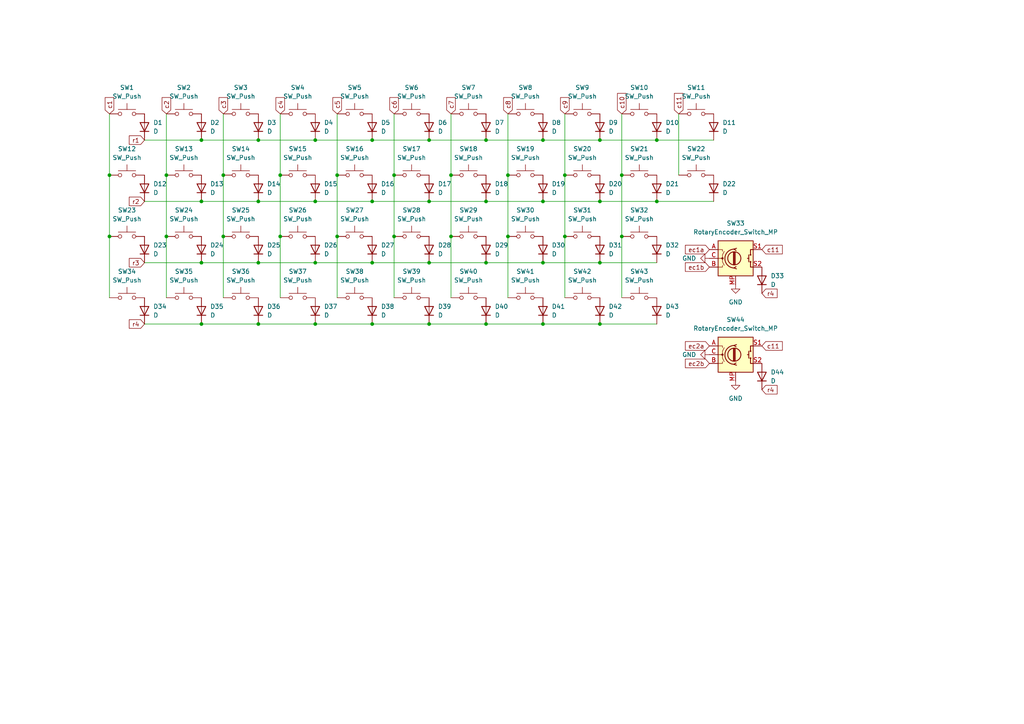
<source format=kicad_sch>
(kicad_sch (version 20231120) (generator "eeschema") (generator_version "8.0")
  (paper "A4")
  (lib_symbols
    (symbol "Device:D" (pin_numbers hide) (pin_names (offset 1.016) hide)
      (property "Reference" "D" (at 0 2.54 0))
      (property "Value" "D" (at 0 -2.54 0))
      (symbol "D_0_1"
        (polyline (pts (xy -1.27 1.27) (xy -1.27 -1.27)) (stroke (width 0.254)))
        (polyline (pts (xy 1.27 0) (xy -1.27 0)))
        (polyline (pts (xy 1.27 1.27) (xy 1.27 -1.27) (xy -1.27 0) (xy 1.27 1.27)) (stroke (width 0.254)))
      )
      (symbol "D_1_1"
        (pin passive line (at -3.81 0 0) (length 2.54) (name "K") (number "1"))
        (pin passive line (at 3.81 0 180) (length 2.54) (name "A") (number "2"))
      )
    )
    (symbol "Device:RotaryEncoder_Switch_MP" (pin_names (offset 0.254) hide)
      (property "Reference" "SW" (at 0 8.89 0))
      (property "Value" "RotaryEncoder_Switch_MP" (at 0 6.35 0))
      (symbol "RotaryEncoder_Switch_MP_0_1"
        (rectangle (start -5.08 5.08) (end 5.08 -5.08) (stroke (width 0.254)) (fill (type background)))
        (circle (center -3.81 0) (radius 0.254) (fill (type outline)))
        (circle (center -0.381 0) (radius 1.905) (stroke (width 0.254)))
        (arc (start -0.381 2.667) (mid -3.0988 -0.0635) (end -0.381 -2.794) (stroke (width 0.254)))
        (polyline (pts (xy -0.635 -1.778) (xy -0.635 1.778)) (stroke (width 0.254)))
        (polyline (pts (xy -0.381 -1.778) (xy -0.381 1.778)) (stroke (width 0.254)))
        (polyline (pts (xy -0.127 1.778) (xy -0.127 -1.778)) (stroke (width 0.254)))
        (polyline (pts (xy 3.81 0) (xy 3.429 0)) (stroke (width 0.254)))
        (polyline (pts (xy 3.81 1.016) (xy 3.81 -1.016)) (stroke (width 0.254)))
        (polyline (pts (xy -5.08 -2.54) (xy -3.81 -2.54) (xy -3.81 -2.032)))
        (polyline (pts (xy -5.08 2.54) (xy -3.81 2.54) (xy -3.81 2.032)))
        (polyline (pts (xy 0.254 -3.048) (xy -0.508 -2.794) (xy 0.127 -2.413)) (stroke (width 0.254)))
        (polyline (pts (xy 0.254 2.921) (xy -0.508 2.667) (xy 0.127 2.286)) (stroke (width 0.254)))
        (polyline (pts (xy 5.08 -2.54) (xy 4.318 -2.54) (xy 4.318 -1.016)) (stroke (width 0.254)))
        (polyline (pts (xy 5.08 2.54) (xy 4.318 2.54) (xy 4.318 1.016)) (stroke (width 0.254)))
        (polyline (pts (xy -5.08 0) (xy -3.81 0) (xy -3.81 -1.016) (xy -3.302 -2.032)))
        (polyline (pts (xy -4.318 0) (xy -3.81 0) (xy -3.81 1.016) (xy -3.302 2.032)))
        (circle (center 4.318 -1.016) (radius 0.127) (stroke (width 0.254)))
        (circle (center 4.318 1.016) (radius 0.127) (stroke (width 0.254)))
      )
      (symbol "RotaryEncoder_Switch_MP_1_1"
        (pin passive line (at -7.62 2.54 0) (length 2.54) (name "A") (number "A"))
        (pin passive line (at -7.62 -2.54 0) (length 2.54) (name "B") (number "B"))
        (pin passive line (at -7.62 0 0) (length 2.54) (name "C") (number "C"))
        (pin passive line (at 0 -7.62 90) (length 2.54) (name "MP") (number "MP"))
        (pin passive line (at 7.62 2.54 180) (length 2.54) (name "S1") (number "S1"))
        (pin passive line (at 7.62 -2.54 180) (length 2.54) (name "S2") (number "S2"))
      )
    )
    (symbol "Switch:SW_Push" (pin_numbers hide) (pin_names (offset 1.016) hide)
      (property "Reference" "SW" (at 1.27 2.54 0))
      (property "Value" "SW_Push" (at 0 -1.524 0))
      (symbol "SW_Push_0_1"
        (circle (center -2.032 0) (radius 0.508))
        (polyline (pts (xy 0 1.27) (xy 0 3.048)))
        (polyline (pts (xy 2.54 1.27) (xy -2.54 1.27)))
        (circle (center 2.032 0) (radius 0.508))
        (pin passive line (at -5.08 0 0) (length 2.54) (name "1") (number "1"))
        (pin passive line (at 5.08 0 180) (length 2.54) (name "2") (number "2"))
      )
    )
    (symbol "power:GND" (power) (pin_numbers hide) (pin_names (offset 0) hide)
      (property "Value" "GND" (at 0 -3.81 0))
      (symbol "GND_0_1"
        (polyline (pts (xy 0 0) (xy 0 -1.27) (xy 1.27 -1.27) (xy 0 -2.54) (xy -1.27 -1.27) (xy 0 -1.27)))
      )
      (symbol "GND_1_1"
        (pin power_in line (at 0 0 270) (length 0) (name "~") (number "1"))
      )
    )
  )
  (junction (at 180.34 50.8))
  (junction (at 58.42 93.98))
  (junction (at 107.95 93.98))
  (junction (at 31.75 50.8))
  (junction (at 74.93 40.64))
  (junction (at 74.93 58.42))
  (junction (at 91.44 76.2))
  (junction (at 124.46 58.42))
  (junction (at 58.42 40.64))
  (junction (at 163.83 68.58))
  (junction (at 97.79 50.8))
  (junction (at 140.97 40.64))
  (junction (at 107.95 58.42))
  (junction (at 140.97 58.42))
  (junction (at 124.46 40.64))
  (junction (at 91.44 40.64))
  (junction (at 91.44 58.42))
  (junction (at 173.99 40.64))
  (junction (at 114.3 68.58))
  (junction (at 157.48 58.42))
  (junction (at 140.97 76.2))
  (junction (at 48.26 68.58))
  (junction (at 163.83 50.8))
  (junction (at 190.5 58.42))
  (junction (at 173.99 58.42))
  (junction (at 97.79 68.58))
  (junction (at 147.32 68.58))
  (junction (at 107.95 40.64))
  (junction (at 157.48 40.64))
  (junction (at 130.81 50.8))
  (junction (at 180.34 68.58))
  (junction (at 190.5 40.64))
  (junction (at 74.93 93.98))
  (junction (at 157.48 93.98))
  (junction (at 64.77 50.8))
  (junction (at 147.32 50.8))
  (junction (at 124.46 93.98))
  (junction (at 74.93 76.2))
  (junction (at 173.99 76.2))
  (junction (at 48.26 50.8))
  (junction (at 140.97 93.98))
  (junction (at 124.46 76.2))
  (junction (at 91.44 93.98))
  (junction (at 81.28 50.8))
  (junction (at 114.3 50.8))
  (junction (at 173.99 93.98))
  (junction (at 107.95 76.2))
  (junction (at 58.42 58.42))
  (junction (at 130.81 68.58))
  (junction (at 31.75 68.58))
  (junction (at 157.48 76.2))
  (junction (at 81.28 68.58))
  (junction (at 58.42 76.2))
  (junction (at 64.77 68.58))
  (wire (pts (xy 91.44 58.42) (xy 107.95 58.42)))
  (wire (pts (xy 173.99 40.64) (xy 190.5 40.64)))
  (wire (pts (xy 31.75 50.8) (xy 31.75 68.58)))
  (wire (pts (xy 147.32 50.8) (xy 147.32 68.58)))
  (wire (pts (xy 124.46 40.64) (xy 140.97 40.64)))
  (wire (pts (xy 91.44 40.64) (xy 107.95 40.64)))
  (wire (pts (xy 97.79 68.58) (xy 97.79 86.36)))
  (wire (pts (xy 130.81 68.58) (xy 130.81 86.36)))
  (wire (pts (xy 196.85 33.02) (xy 196.85 50.8)))
  (wire (pts (xy 41.91 40.64) (xy 58.42 40.64)))
  (wire (pts (xy 91.44 93.98) (xy 107.95 93.98)))
  (wire (pts (xy 31.75 33.02) (xy 31.75 50.8)))
  (wire (pts (xy 81.28 68.58) (xy 81.28 86.36)))
  (wire (pts (xy 107.95 93.98) (xy 124.46 93.98)))
  (wire (pts (xy 140.97 40.64) (xy 157.48 40.64)))
  (wire (pts (xy 190.5 40.64) (xy 207.01 40.64)))
  (wire (pts (xy 58.42 76.2) (xy 74.93 76.2)))
  (wire (pts (xy 140.97 93.98) (xy 157.48 93.98)))
  (wire (pts (xy 147.32 68.58) (xy 147.32 86.36)))
  (wire (pts (xy 157.48 40.64) (xy 173.99 40.64)))
  (wire (pts (xy 124.46 76.2) (xy 140.97 76.2)))
  (wire (pts (xy 64.77 50.8) (xy 64.77 68.58)))
  (wire (pts (xy 41.91 76.2) (xy 58.42 76.2)))
  (wire (pts (xy 58.42 40.64) (xy 74.93 40.64)))
  (wire (pts (xy 48.26 50.8) (xy 48.26 68.58)))
  (wire (pts (xy 48.26 33.02) (xy 48.26 50.8)))
  (wire (pts (xy 190.5 58.42) (xy 207.01 58.42)))
  (wire (pts (xy 163.83 33.02) (xy 163.83 50.8)))
  (wire (pts (xy 41.91 58.42) (xy 58.42 58.42)))
  (wire (pts (xy 74.93 58.42) (xy 91.44 58.42)))
  (wire (pts (xy 107.95 76.2) (xy 124.46 76.2)))
  (wire (pts (xy 74.93 76.2) (xy 91.44 76.2)))
  (wire (pts (xy 180.34 68.58) (xy 180.34 86.36)))
  (wire (pts (xy 97.79 33.02) (xy 97.79 50.8)))
  (wire (pts (xy 157.48 58.42) (xy 173.99 58.42)))
  (wire (pts (xy 147.32 33.02) (xy 147.32 50.8)))
  (wire (pts (xy 64.77 33.02) (xy 64.77 50.8)))
  (wire (pts (xy 74.93 40.64) (xy 91.44 40.64)))
  (wire (pts (xy 180.34 50.8) (xy 180.34 68.58)))
  (wire (pts (xy 97.79 50.8) (xy 97.79 68.58)))
  (wire (pts (xy 130.81 50.8) (xy 130.81 68.58)))
  (wire (pts (xy 74.93 93.98) (xy 91.44 93.98)))
  (wire (pts (xy 163.83 50.8) (xy 163.83 68.58)))
  (wire (pts (xy 140.97 58.42) (xy 157.48 58.42)))
  (wire (pts (xy 130.81 33.02) (xy 130.81 50.8)))
  (wire (pts (xy 173.99 76.2) (xy 190.5 76.2)))
  (wire (pts (xy 140.97 76.2) (xy 157.48 76.2)))
  (wire (pts (xy 114.3 33.02) (xy 114.3 50.8)))
  (wire (pts (xy 124.46 93.98) (xy 140.97 93.98)))
  (wire (pts (xy 173.99 93.98) (xy 190.5 93.98)))
  (wire (pts (xy 64.77 68.58) (xy 64.77 86.36)))
  (wire (pts (xy 180.34 33.02) (xy 180.34 50.8)))
  (wire (pts (xy 58.42 93.98) (xy 74.93 93.98)))
  (wire (pts (xy 163.83 68.58) (xy 163.83 86.36)))
  (wire (pts (xy 81.28 50.8) (xy 81.28 68.58)))
  (wire (pts (xy 81.28 33.02) (xy 81.28 50.8)))
  (wire (pts (xy 157.48 93.98) (xy 173.99 93.98)))
  (wire (pts (xy 114.3 68.58) (xy 114.3 86.36)))
  (wire (pts (xy 91.44 76.2) (xy 107.95 76.2)))
  (wire (pts (xy 124.46 58.42) (xy 140.97 58.42)))
  (wire (pts (xy 107.95 40.64) (xy 124.46 40.64)))
  (wire (pts (xy 114.3 50.8) (xy 114.3 68.58)))
  (wire (pts (xy 58.42 58.42) (xy 74.93 58.42)))
  (wire (pts (xy 173.99 58.42) (xy 190.5 58.42)))
  (wire (pts (xy 107.95 58.42) (xy 124.46 58.42)))
  (wire (pts (xy 157.48 76.2) (xy 173.99 76.2)))
  (wire (pts (xy 41.91 93.98) (xy 58.42 93.98)))
  (wire (pts (xy 48.26 68.58) (xy 48.26 86.36)))
  (wire (pts (xy 31.75 68.58) (xy 31.75 86.36)))
  (global_label "c8" (shape input) (at 147.32 33.02 90) (property "Intersheetrefs" "${INTERSHEET_REFS}" (effects (hide yes))))
  (global_label "ec1b" (shape input) (at 205.74 77.47 180) (property "Intersheetrefs" "${INTERSHEET_REFS}" (effects (hide yes))))
  (global_label "c11" (shape input) (at 220.98 100.33 0) (property "Intersheetrefs" "${INTERSHEET_REFS}" (effects (hide yes))))
  (global_label "c7" (shape input) (at 130.81 33.02 90) (property "Intersheetrefs" "${INTERSHEET_REFS}" (effects (hide yes))))
  (global_label "r1" (shape input) (at 41.91 40.64 180) (property "Intersheetrefs" "${INTERSHEET_REFS}" (effects (hide yes))))
  (global_label "c9" (shape input) (at 163.83 33.02 90) (property "Intersheetrefs" "${INTERSHEET_REFS}" (effects (hide yes))))
  (global_label "r2" (shape input) (at 41.91 58.42 180) (property "Intersheetrefs" "${INTERSHEET_REFS}" (effects (hide yes))))
  (global_label "c11" (shape input) (at 196.85 33.02 90) (property "Intersheetrefs" "${INTERSHEET_REFS}" (effects (hide yes))))
  (global_label "r4" (shape input) (at 41.91 93.98 180) (property "Intersheetrefs" "${INTERSHEET_REFS}" (effects (hide yes))))
  (global_label "c11" (shape input) (at 220.98 72.39 0) (property "Intersheetrefs" "${INTERSHEET_REFS}" (effects (hide yes))))
  (global_label "ec2a" (shape input) (at 205.74 100.33 180) (property "Intersheetrefs" "${INTERSHEET_REFS}" (effects (hide yes))))
  (global_label "c4" (shape input) (at 81.28 33.02 90) (property "Intersheetrefs" "${INTERSHEET_REFS}" (effects (hide yes))))
  (global_label "r4" (shape input) (at 220.98 85.09 0) (property "Intersheetrefs" "${INTERSHEET_REFS}" (effects (hide yes))))
  (global_label "r3" (shape input) (at 41.91 76.2 180) (property "Intersheetrefs" "${INTERSHEET_REFS}" (effects (hide yes))))
  (global_label "c6" (shape input) (at 114.3 33.02 90) (property "Intersheetrefs" "${INTERSHEET_REFS}" (effects (hide yes))))
  (global_label "c5" (shape input) (at 97.79 33.02 90) (property "Intersheetrefs" "${INTERSHEET_REFS}" (effects (hide yes))))
  (global_label "c10" (shape input) (at 180.34 33.02 90) (property "Intersheetrefs" "${INTERSHEET_REFS}" (effects (hide yes))))
  (global_label "ec1a" (shape input) (at 205.74 72.39 180) (property "Intersheetrefs" "${INTERSHEET_REFS}" (effects (hide yes))))
  (global_label "c2" (shape input) (at 48.26 33.02 90) (property "Intersheetrefs" "${INTERSHEET_REFS}" (effects (hide yes))))
  (global_label "c1" (shape input) (at 31.75 33.02 90) (property "Intersheetrefs" "${INTERSHEET_REFS}" (effects (hide yes))))
  (global_label "r4" (shape input) (at 220.98 113.03 0) (property "Intersheetrefs" "${INTERSHEET_REFS}" (effects (hide yes))))
  (global_label "ec2b" (shape input) (at 205.74 105.41 180) (property "Intersheetrefs" "${INTERSHEET_REFS}" (effects (hide yes))))
  (global_label "c3" (shape input) (at 64.77 33.02 90) (property "Intersheetrefs" "${INTERSHEET_REFS}" (effects (hide yes))))
  (symbol (lib_id "Switch:SW_Push") (at 201.93 50.8 0) (unit 1)
    (property "Reference" "SW22" (at 201.93 43.18 0))
    (property "Value" "SW_Push" (at 201.93 45.72 0))
    (property "Footprint" "coquette_footprints:choc1u-hs-modded" (effects (hide yes)))
    (property "Description" "Push button switch, generic, two pins" (effects (hide yes)))
  )
  (symbol (lib_id "Device:D") (at 91.44 72.39 90) (unit 1)
    (property "Reference" "D26" (at 93.98 71.1199 90) (effects (justify right)))
    (property "Value" "D" (at 93.98 73.6599 90) (effects (justify right)))
    (property "Footprint" "Diode_SMD:D_SOD-123" (effects (hide yes)))
    (property "Description" "Diode" (effects (hide yes)))
    (property "Sim.Device" "D" (effects (hide yes)))
    (property "Sim.Pins" "1=K 2=A" (effects (hide yes)))
  )
  (symbol (lib_id "Device:D") (at 140.97 54.61 90) (unit 1)
    (property "Reference" "D18" (at 143.51 53.3399 90) (effects (justify right)))
    (property "Value" "D" (at 143.51 55.8799 90) (effects (justify right)))
    (property "Footprint" "Diode_SMD:D_SOD-123" (effects (hide yes)))
    (property "Description" "Diode" (effects (hide yes)))
    (property "Sim.Device" "D" (effects (hide yes)))
    (property "Sim.Pins" "1=K 2=A" (effects (hide yes)))
  )
  (symbol (lib_id "Device:D") (at 140.97 72.39 90) (unit 1)
    (property "Reference" "D29" (at 143.51 71.1199 90) (effects (justify right)))
    (property "Value" "D" (at 143.51 73.6599 90) (effects (justify right)))
    (property "Footprint" "Diode_SMD:D_SOD-123" (effects (hide yes)))
    (property "Description" "Diode" (effects (hide yes)))
    (property "Sim.Device" "D" (effects (hide yes)))
    (property "Sim.Pins" "1=K 2=A" (effects (hide yes)))
  )
  (symbol (lib_id "Switch:SW_Push") (at 168.91 50.8 0) (unit 1)
    (property "Reference" "SW20" (at 168.91 43.18 0))
    (property "Value" "SW_Push" (at 168.91 45.72 0))
    (property "Footprint" "coquette_footprints:choc1u-hs-modded" (effects (hide yes)))
    (property "Description" "Push button switch, generic, two pins" (effects (hide yes)))
  )
  (symbol (lib_id "Switch:SW_Push") (at 168.91 68.58 0) (unit 1)
    (property "Reference" "SW31" (at 168.91 60.96 0))
    (property "Value" "SW_Push" (at 168.91 63.5 0))
    (property "Footprint" "coquette_footprints:choc1u-hs-modded" (effects (hide yes)))
    (property "Description" "Push button switch, generic, two pins" (effects (hide yes)))
  )
  (symbol (lib_id "Switch:SW_Push") (at 201.93 33.02 0) (unit 1)
    (property "Reference" "SW11" (at 201.93 25.4 0))
    (property "Value" "SW_Push" (at 201.93 27.94 0))
    (property "Footprint" "coquette_footprints:choc1u-hs-modded" (effects (hide yes)))
    (property "Description" "Push button switch, generic, two pins" (effects (hide yes)))
  )
  (symbol (lib_id "Switch:SW_Push") (at 135.89 50.8 0) (unit 1)
    (property "Reference" "SW18" (at 135.89 43.18 0))
    (property "Value" "SW_Push" (at 135.89 45.72 0))
    (property "Footprint" "coquette_footprints:choc1u-hs-modded" (effects (hide yes)))
    (property "Description" "Push button switch, generic, two pins" (effects (hide yes)))
  )
  (symbol (lib_id "Switch:SW_Push") (at 36.83 86.36 0) (unit 1)
    (property "Reference" "SW34" (at 36.83 78.74 0))
    (property "Value" "SW_Push" (at 36.83 81.28 0))
    (property "Footprint" "coquette_footprints:choc1u-hs-modded" (effects (hide yes)))
    (property "Description" "Push button switch, generic, two pins" (effects (hide yes)))
  )
  (symbol (lib_id "Switch:SW_Push") (at 185.42 33.02 0) (unit 1)
    (property "Reference" "SW10" (at 185.42 25.4 0))
    (property "Value" "SW_Push" (at 185.42 27.94 0))
    (property "Footprint" "coquette_footprints:choc1u-hs-modded" (effects (hide yes)))
    (property "Description" "Push button switch, generic, two pins" (effects (hide yes)))
  )
  (symbol (lib_id "Switch:SW_Push") (at 69.85 50.8 0) (unit 1)
    (property "Reference" "SW14" (at 69.85 43.18 0))
    (property "Value" "SW_Push" (at 69.85 45.72 0))
    (property "Footprint" "coquette_footprints:choc1u-hs-modded" (effects (hide yes)))
    (property "Description" "Push button switch, generic, two pins" (effects (hide yes)))
  )
  (symbol (lib_id "Switch:SW_Push") (at 102.87 50.8 0) (unit 1)
    (property "Reference" "SW16" (at 102.87 43.18 0))
    (property "Value" "SW_Push" (at 102.87 45.72 0))
    (property "Footprint" "coquette_footprints:choc1u-hs-modded" (effects (hide yes)))
    (property "Description" "Push button switch, generic, two pins" (effects (hide yes)))
  )
  (symbol (lib_id "Switch:SW_Push") (at 119.38 33.02 0) (unit 1)
    (property "Reference" "SW6" (at 119.38 25.4 0))
    (property "Value" "SW_Push" (at 119.38 27.94 0))
    (property "Footprint" "coquette_footprints:choc1u-hs-modded" (effects (hide yes)))
    (property "Description" "Push button switch, generic, two pins" (effects (hide yes)))
  )
  (symbol (lib_id "Device:D") (at 124.46 90.17 90) (unit 1)
    (property "Reference" "D39" (at 127 88.8999 90) (effects (justify right)))
    (property "Value" "D" (at 127 91.4399 90) (effects (justify right)))
    (property "Footprint" "Diode_SMD:D_SOD-123" (effects (hide yes)))
    (property "Description" "Diode" (effects (hide yes)))
    (property "Sim.Device" "D" (effects (hide yes)))
    (property "Sim.Pins" "1=K 2=A" (effects (hide yes)))
  )
  (symbol (lib_id "Switch:SW_Push") (at 53.34 86.36 0) (unit 1)
    (property "Reference" "SW35" (at 53.34 78.74 0))
    (property "Value" "SW_Push" (at 53.34 81.28 0))
    (property "Footprint" "coquette_footprints:choc1u-hs-modded" (effects (hide yes)))
    (property "Description" "Push button switch, generic, two pins" (effects (hide yes)))
  )
  (symbol (lib_id "Device:D") (at 173.99 36.83 90) (unit 1)
    (property "Reference" "D9" (at 176.53 35.5599 90) (effects (justify right)))
    (property "Value" "D" (at 176.53 38.0999 90) (effects (justify right)))
    (property "Footprint" "Diode_SMD:D_SOD-123" (effects (hide yes)))
    (property "Description" "Diode" (effects (hide yes)))
    (property "Sim.Device" "D" (effects (hide yes)))
    (property "Sim.Pins" "1=K 2=A" (effects (hide yes)))
  )
  (symbol (lib_id "Device:D") (at 107.95 36.83 90) (unit 1)
    (property "Reference" "D5" (at 110.49 35.5599 90) (effects (justify right)))
    (property "Value" "D" (at 110.49 38.0999 90) (effects (justify right)))
    (property "Footprint" "Diode_SMD:D_SOD-123" (effects (hide yes)))
    (property "Description" "Diode" (effects (hide yes)))
    (property "Sim.Device" "D" (effects (hide yes)))
    (property "Sim.Pins" "1=K 2=A" (effects (hide yes)))
  )
  (symbol (lib_id "Switch:SW_Push") (at 168.91 86.36 0) (unit 1)
    (property "Reference" "SW42" (at 168.91 78.74 0))
    (property "Value" "SW_Push" (at 168.91 81.28 0))
    (property "Footprint" "coquette_footprints:choc1u-hs-modded" (effects (hide yes)))
    (property "Description" "Push button switch, generic, two pins" (effects (hide yes)))
  )
  (symbol (lib_id "Device:D") (at 58.42 90.17 90) (unit 1)
    (property "Reference" "D35" (at 60.96 88.8999 90) (effects (justify right)))
    (property "Value" "D" (at 60.96 91.4399 90) (effects (justify right)))
    (property "Footprint" "Diode_SMD:D_SOD-123" (effects (hide yes)))
    (property "Description" "Diode" (effects (hide yes)))
    (property "Sim.Device" "D" (effects (hide yes)))
    (property "Sim.Pins" "1=K 2=A" (effects (hide yes)))
  )
  (symbol (lib_id "Switch:SW_Push") (at 152.4 86.36 0) (unit 1)
    (property "Reference" "SW41" (at 152.4 78.74 0))
    (property "Value" "SW_Push" (at 152.4 81.28 0))
    (property "Footprint" "coquette_footprints:choc1u-hs-modded" (effects (hide yes)))
    (property "Description" "Push button switch, generic, two pins" (effects (hide yes)))
  )
  (symbol (lib_id "Device:D") (at 157.48 72.39 90) (unit 1)
    (property "Reference" "D30" (at 160.02 71.1199 90) (effects (justify right)))
    (property "Value" "D" (at 160.02 73.6599 90) (effects (justify right)))
    (property "Footprint" "Diode_SMD:D_SOD-123" (effects (hide yes)))
    (property "Description" "Diode" (effects (hide yes)))
    (property "Sim.Device" "D" (effects (hide yes)))
    (property "Sim.Pins" "1=K 2=A" (effects (hide yes)))
  )
  (symbol (lib_id "power:GND") (at 205.74 102.87 270) (unit 1)
    (property "Reference" "#PWR09" (effects (hide yes)))
    (property "Value" "GND" (at 201.93 102.8699 90) (effects (justify right)))
    (property "Description" "Power symbol creates a global label with name \"GND\" , ground" (effects (hide yes)))
  )
  (symbol (lib_id "Switch:SW_Push") (at 185.42 50.8 0) (unit 1)
    (property "Reference" "SW21" (at 185.42 43.18 0))
    (property "Value" "SW_Push" (at 185.42 45.72 0))
    (property "Footprint" "coquette_footprints:choc1u-hs-modded" (effects (hide yes)))
    (property "Description" "Push button switch, generic, two pins" (effects (hide yes)))
  )
  (symbol (lib_id "Device:D") (at 107.95 72.39 90) (unit 1)
    (property "Reference" "D27" (at 110.49 71.1199 90) (effects (justify right)))
    (property "Value" "D" (at 110.49 73.6599 90) (effects (justify right)))
    (property "Footprint" "Diode_SMD:D_SOD-123" (effects (hide yes)))
    (property "Description" "Diode" (effects (hide yes)))
    (property "Sim.Device" "D" (effects (hide yes)))
    (property "Sim.Pins" "1=K 2=A" (effects (hide yes)))
  )
  (symbol (lib_id "Switch:SW_Push") (at 36.83 68.58 0) (unit 1)
    (property "Reference" "SW23" (at 36.83 60.96 0))
    (property "Value" "SW_Push" (at 36.83 63.5 0))
    (property "Footprint" "coquette_footprints:choc1u-hs-modded" (effects (hide yes)))
    (property "Description" "Push button switch, generic, two pins" (effects (hide yes)))
  )
  (symbol (lib_id "Device:D") (at 190.5 36.83 90) (unit 1)
    (property "Reference" "D10" (at 193.04 35.5599 90) (effects (justify right)))
    (property "Value" "D" (at 193.04 38.0999 90) (effects (justify right)))
    (property "Footprint" "Diode_SMD:D_SOD-123" (effects (hide yes)))
    (property "Description" "Diode" (effects (hide yes)))
    (property "Sim.Device" "D" (effects (hide yes)))
    (property "Sim.Pins" "1=K 2=A" (effects (hide yes)))
  )
  (symbol (lib_id "Switch:SW_Push") (at 185.42 68.58 0) (unit 1)
    (property "Reference" "SW32" (at 185.42 60.96 0))
    (property "Value" "SW_Push" (at 185.42 63.5 0))
    (property "Footprint" "coquette_footprints:choc1u-hs-modded" (effects (hide yes)))
    (property "Description" "Push button switch, generic, two pins" (effects (hide yes)))
  )
  (symbol (lib_id "Device:D") (at 41.91 54.61 90) (unit 1)
    (property "Reference" "D12" (at 44.45 53.3399 90) (effects (justify right)))
    (property "Value" "D" (at 44.45 55.8799 90) (effects (justify right)))
    (property "Footprint" "Diode_SMD:D_SOD-123" (effects (hide yes)))
    (property "Description" "Diode" (effects (hide yes)))
    (property "Sim.Device" "D" (effects (hide yes)))
    (property "Sim.Pins" "1=K 2=A" (effects (hide yes)))
  )
  (symbol (lib_id "Switch:SW_Push") (at 86.36 33.02 0) (unit 1)
    (property "Reference" "SW4" (at 86.36 25.4 0))
    (property "Value" "SW_Push" (at 86.36 27.94 0))
    (property "Footprint" "coquette_footprints:choc1u-hs-modded" (effects (hide yes)))
    (property "Description" "Push button switch, generic, two pins" (effects (hide yes)))
  )
  (symbol (lib_id "Device:D") (at 74.93 54.61 90) (unit 1)
    (property "Reference" "D14" (at 77.47 53.3399 90) (effects (justify right)))
    (property "Value" "D" (at 77.47 55.8799 90) (effects (justify right)))
    (property "Footprint" "Diode_SMD:D_SOD-123" (effects (hide yes)))
    (property "Description" "Diode" (effects (hide yes)))
    (property "Sim.Device" "D" (effects (hide yes)))
    (property "Sim.Pins" "1=K 2=A" (effects (hide yes)))
  )
  (symbol (lib_id "Switch:SW_Push") (at 53.34 33.02 0) (unit 1)
    (property "Reference" "SW2" (at 53.34 25.4 0))
    (property "Value" "SW_Push" (at 53.34 27.94 0))
    (property "Footprint" "coquette_footprints:choc1u-hs-modded" (effects (hide yes)))
    (property "Description" "Push button switch, generic, two pins" (effects (hide yes)))
  )
  (symbol (lib_id "Device:D") (at 124.46 36.83 90) (unit 1)
    (property "Reference" "D6" (at 127 35.5599 90) (effects (justify right)))
    (property "Value" "D" (at 127 38.0999 90) (effects (justify right)))
    (property "Footprint" "Diode_SMD:D_SOD-123" (effects (hide yes)))
    (property "Description" "Diode" (effects (hide yes)))
    (property "Sim.Device" "D" (effects (hide yes)))
    (property "Sim.Pins" "1=K 2=A" (effects (hide yes)))
  )
  (symbol (lib_id "Switch:SW_Push") (at 69.85 86.36 0) (unit 1)
    (property "Reference" "SW36" (at 69.85 78.74 0))
    (property "Value" "SW_Push" (at 69.85 81.28 0))
    (property "Footprint" "coquette_footprints:choc1u-hs-modded" (effects (hide yes)))
    (property "Description" "Push button switch, generic, two pins" (effects (hide yes)))
  )
  (symbol (lib_id "Device:D") (at 173.99 54.61 90) (unit 1)
    (property "Reference" "D20" (at 176.53 53.3399 90) (effects (justify right)))
    (property "Value" "D" (at 176.53 55.8799 90) (effects (justify right)))
    (property "Footprint" "Diode_SMD:D_SOD-123" (effects (hide yes)))
    (property "Description" "Diode" (effects (hide yes)))
    (property "Sim.Device" "D" (effects (hide yes)))
    (property "Sim.Pins" "1=K 2=A" (effects (hide yes)))
  )
  (symbol (lib_id "Device:RotaryEncoder_Switch_MP") (at 213.36 102.87 0) (unit 1)
    (property "Reference" "SW44" (at 213.36 92.71 0))
    (property "Value" "RotaryEncoder_Switch_MP" (at 213.36 95.25 0))
    (property "Footprint" "marbastlib-various:ROT_Alps_EC11E-Switch" (effects (hide yes)))
    (property "Description" "Rotary encoder, dual channel, incremental quadrate outputs, with switch and MP Pin" (effects (hide yes)))
  )
  (symbol (lib_id "Switch:SW_Push") (at 86.36 86.36 0) (unit 1)
    (property "Reference" "SW37" (at 86.36 78.74 0))
    (property "Value" "SW_Push" (at 86.36 81.28 0))
    (property "Footprint" "coquette_footprints:choc1u-hs-modded" (effects (hide yes)))
    (property "Description" "Push button switch, generic, two pins" (effects (hide yes)))
  )
  (symbol (lib_id "Device:D") (at 58.42 54.61 90) (unit 1)
    (property "Reference" "D13" (at 60.96 53.3399 90) (effects (justify right)))
    (property "Value" "D" (at 60.96 55.8799 90) (effects (justify right)))
    (property "Footprint" "Diode_SMD:D_SOD-123" (effects (hide yes)))
    (property "Description" "Diode" (effects (hide yes)))
    (property "Sim.Device" "D" (effects (hide yes)))
    (property "Sim.Pins" "1=K 2=A" (effects (hide yes)))
  )
  (symbol (lib_id "Device:D") (at 41.91 90.17 90) (unit 1)
    (property "Reference" "D34" (at 44.45 88.8999 90) (effects (justify right)))
    (property "Value" "D" (at 44.45 91.4399 90) (effects (justify right)))
    (property "Footprint" "Diode_SMD:D_SOD-123" (effects (hide yes)))
    (property "Description" "Diode" (effects (hide yes)))
    (property "Sim.Device" "D" (effects (hide yes)))
    (property "Sim.Pins" "1=K 2=A" (effects (hide yes)))
  )
  (symbol (lib_id "Switch:SW_Push") (at 135.89 33.02 0) (unit 1)
    (property "Reference" "SW7" (at 135.89 25.4 0))
    (property "Value" "SW_Push" (at 135.89 27.94 0))
    (property "Footprint" "coquette_footprints:choc1u-hs-modded" (effects (hide yes)))
    (property "Description" "Push button switch, generic, two pins" (effects (hide yes)))
  )
  (symbol (lib_id "Device:D") (at 140.97 36.83 90) (unit 1)
    (property "Reference" "D7" (at 143.51 35.5599 90) (effects (justify right)))
    (property "Value" "D" (at 143.51 38.0999 90) (effects (justify right)))
    (property "Footprint" "Diode_SMD:D_SOD-123" (effects (hide yes)))
    (property "Description" "Diode" (effects (hide yes)))
    (property "Sim.Device" "D" (effects (hide yes)))
    (property "Sim.Pins" "1=K 2=A" (effects (hide yes)))
  )
  (symbol (lib_id "Device:D") (at 220.98 109.22 90) (unit 1)
    (property "Reference" "D44" (at 223.52 107.9499 90) (effects (justify right)))
    (property "Value" "D" (at 223.52 110.4899 90) (effects (justify right)))
    (property "Footprint" "Diode_SMD:D_SOD-123" (effects (hide yes)))
    (property "Description" "Diode" (effects (hide yes)))
    (property "Sim.Device" "D" (effects (hide yes)))
    (property "Sim.Pins" "1=K 2=A" (effects (hide yes)))
  )
  (symbol (lib_id "Device:D") (at 107.95 54.61 90) (unit 1)
    (property "Reference" "D16" (at 110.49 53.3399 90) (effects (justify right)))
    (property "Value" "D" (at 110.49 55.8799 90) (effects (justify right)))
    (property "Footprint" "Diode_SMD:D_SOD-123" (effects (hide yes)))
    (property "Description" "Diode" (effects (hide yes)))
    (property "Sim.Device" "D" (effects (hide yes)))
    (property "Sim.Pins" "1=K 2=A" (effects (hide yes)))
  )
  (symbol (lib_id "Device:D") (at 58.42 72.39 90) (unit 1)
    (property "Reference" "D24" (at 60.96 71.1199 90) (effects (justify right)))
    (property "Value" "D" (at 60.96 73.6599 90) (effects (justify right)))
    (property "Footprint" "Diode_SMD:D_SOD-123" (effects (hide yes)))
    (property "Description" "Diode" (effects (hide yes)))
    (property "Sim.Device" "D" (effects (hide yes)))
    (property "Sim.Pins" "1=K 2=A" (effects (hide yes)))
  )
  (symbol (lib_id "Switch:SW_Push") (at 53.34 50.8 0) (unit 1)
    (property "Reference" "SW13" (at 53.34 43.18 0))
    (property "Value" "SW_Push" (at 53.34 45.72 0))
    (property "Footprint" "coquette_footprints:choc1u-hs-modded" (effects (hide yes)))
    (property "Description" "Push button switch, generic, two pins" (effects (hide yes)))
  )
  (symbol (lib_id "Device:D") (at 74.93 36.83 90) (unit 1)
    (property "Reference" "D3" (at 77.47 35.5599 90) (effects (justify right)))
    (property "Value" "D" (at 77.47 38.0999 90) (effects (justify right)))
    (property "Footprint" "Diode_SMD:D_SOD-123" (effects (hide yes)))
    (property "Description" "Diode" (effects (hide yes)))
    (property "Sim.Device" "D" (effects (hide yes)))
    (property "Sim.Pins" "1=K 2=A" (effects (hide yes)))
  )
  (symbol (lib_id "Device:D") (at 190.5 54.61 90) (unit 1)
    (property "Reference" "D21" (at 193.04 53.3399 90) (effects (justify right)))
    (property "Value" "D" (at 193.04 55.8799 90) (effects (justify right)))
    (property "Footprint" "Diode_SMD:D_SOD-123" (effects (hide yes)))
    (property "Description" "Diode" (effects (hide yes)))
    (property "Sim.Device" "D" (effects (hide yes)))
    (property "Sim.Pins" "1=K 2=A" (effects (hide yes)))
  )
  (symbol (lib_id "Device:D") (at 91.44 90.17 90) (unit 1)
    (property "Reference" "D37" (at 93.98 88.8999 90) (effects (justify right)))
    (property "Value" "D" (at 93.98 91.4399 90) (effects (justify right)))
    (property "Footprint" "Diode_SMD:D_SOD-123" (effects (hide yes)))
    (property "Description" "Diode" (effects (hide yes)))
    (property "Sim.Device" "D" (effects (hide yes)))
    (property "Sim.Pins" "1=K 2=A" (effects (hide yes)))
  )
  (symbol (lib_id "Switch:SW_Push") (at 36.83 33.02 0) (unit 1)
    (property "Reference" "SW1" (at 36.83 25.4 0))
    (property "Value" "SW_Push" (at 36.83 27.94 0))
    (property "Footprint" "coquette_footprints:choc1u-hs-modded" (effects (hide yes)))
    (property "Description" "Push button switch, generic, two pins" (effects (hide yes)))
  )
  (symbol (lib_id "Device:D") (at 190.5 90.17 90) (unit 1)
    (property "Reference" "D43" (at 193.04 88.8999 90) (effects (justify right)))
    (property "Value" "D" (at 193.04 91.4399 90) (effects (justify right)))
    (property "Footprint" "Diode_SMD:D_SOD-123" (effects (hide yes)))
    (property "Description" "Diode" (effects (hide yes)))
    (property "Sim.Device" "D" (effects (hide yes)))
    (property "Sim.Pins" "1=K 2=A" (effects (hide yes)))
  )
  (symbol (lib_id "power:GND") (at 213.36 82.55 0) (unit 1)
    (property "Reference" "#PWR08" (effects (hide yes)))
    (property "Value" "GND" (at 213.36 87.63 0))
    (property "Description" "Power symbol creates a global label with name \"GND\" , ground" (effects (hide yes)))
  )
  (symbol (lib_id "Switch:SW_Push") (at 152.4 33.02 0) (unit 1)
    (property "Reference" "SW8" (at 152.4 25.4 0))
    (property "Value" "SW_Push" (at 152.4 27.94 0))
    (property "Footprint" "coquette_footprints:choc1u-hs-modded" (effects (hide yes)))
    (property "Description" "Push button switch, generic, two pins" (effects (hide yes)))
  )
  (symbol (lib_id "Switch:SW_Push") (at 53.34 68.58 0) (unit 1)
    (property "Reference" "SW24" (at 53.34 60.96 0))
    (property "Value" "SW_Push" (at 53.34 63.5 0))
    (property "Footprint" "coquette_footprints:choc1u-hs-modded" (effects (hide yes)))
    (property "Description" "Push button switch, generic, two pins" (effects (hide yes)))
  )
  (symbol (lib_id "Switch:SW_Push") (at 119.38 86.36 0) (unit 1)
    (property "Reference" "SW39" (at 119.38 78.74 0))
    (property "Value" "SW_Push" (at 119.38 81.28 0))
    (property "Footprint" "coquette_footprints:choc1u-hs-modded" (effects (hide yes)))
    (property "Description" "Push button switch, generic, two pins" (effects (hide yes)))
  )
  (symbol (lib_id "Switch:SW_Push") (at 86.36 68.58 0) (unit 1)
    (property "Reference" "SW26" (at 86.36 60.96 0))
    (property "Value" "SW_Push" (at 86.36 63.5 0))
    (property "Footprint" "coquette_footprints:choc1u-hs-modded" (effects (hide yes)))
    (property "Description" "Push button switch, generic, two pins" (effects (hide yes)))
  )
  (symbol (lib_id "Device:D") (at 74.93 90.17 90) (unit 1)
    (property "Reference" "D36" (at 77.47 88.8999 90) (effects (justify right)))
    (property "Value" "D" (at 77.47 91.4399 90) (effects (justify right)))
    (property "Footprint" "Diode_SMD:D_SOD-123" (effects (hide yes)))
    (property "Description" "Diode" (effects (hide yes)))
    (property "Sim.Device" "D" (effects (hide yes)))
    (property "Sim.Pins" "1=K 2=A" (effects (hide yes)))
  )
  (symbol (lib_id "Switch:SW_Push") (at 102.87 86.36 0) (unit 1)
    (property "Reference" "SW38" (at 102.87 78.74 0))
    (property "Value" "SW_Push" (at 102.87 81.28 0))
    (property "Footprint" "coquette_footprints:choc1u-hs-modded" (effects (hide yes)))
    (property "Description" "Push button switch, generic, two pins" (effects (hide yes)))
  )
  (symbol (lib_id "Device:D") (at 207.01 36.83 90) (unit 1)
    (property "Reference" "D11" (at 209.55 35.5599 90) (effects (justify right)))
    (property "Value" "D" (at 209.55 38.0999 90) (effects (justify right)))
    (property "Footprint" "Diode_SMD:D_SOD-123" (effects (hide yes)))
    (property "Description" "Diode" (effects (hide yes)))
    (property "Sim.Device" "D" (effects (hide yes)))
    (property "Sim.Pins" "1=K 2=A" (effects (hide yes)))
  )
  (symbol (lib_id "Switch:SW_Push") (at 69.85 68.58 0) (unit 1)
    (property "Reference" "SW25" (at 69.85 60.96 0))
    (property "Value" "SW_Push" (at 69.85 63.5 0))
    (property "Footprint" "coquette_footprints:choc1u-hs-modded" (effects (hide yes)))
    (property "Description" "Push button switch, generic, two pins" (effects (hide yes)))
  )
  (symbol (lib_id "Switch:SW_Push") (at 86.36 50.8 0) (unit 1)
    (property "Reference" "SW15" (at 86.36 43.18 0))
    (property "Value" "SW_Push" (at 86.36 45.72 0))
    (property "Footprint" "coquette_footprints:choc1u-hs-modded" (effects (hide yes)))
    (property "Description" "Push button switch, generic, two pins" (effects (hide yes)))
  )
  (symbol (lib_id "Device:D") (at 157.48 90.17 90) (unit 1)
    (property "Reference" "D41" (at 160.02 88.8999 90) (effects (justify right)))
    (property "Value" "D" (at 160.02 91.4399 90) (effects (justify right)))
    (property "Footprint" "Diode_SMD:D_SOD-123" (effects (hide yes)))
    (property "Description" "Diode" (effects (hide yes)))
    (property "Sim.Device" "D" (effects (hide yes)))
    (property "Sim.Pins" "1=K 2=A" (effects (hide yes)))
  )
  (symbol (lib_id "Switch:SW_Push") (at 185.42 86.36 0) (unit 1)
    (property "Reference" "SW43" (at 185.42 78.74 0))
    (property "Value" "SW_Push" (at 185.42 81.28 0))
    (property "Footprint" "coquette_footprints:choc1u-hs-modded" (effects (hide yes)))
    (property "Description" "Push button switch, generic, two pins" (effects (hide yes)))
  )
  (symbol (lib_id "Switch:SW_Push") (at 102.87 68.58 0) (unit 1)
    (property "Reference" "SW27" (at 102.87 60.96 0))
    (property "Value" "SW_Push" (at 102.87 63.5 0))
    (property "Footprint" "coquette_footprints:choc1u-hs-modded" (effects (hide yes)))
    (property "Description" "Push button switch, generic, two pins" (effects (hide yes)))
  )
  (symbol (lib_id "Switch:SW_Push") (at 168.91 33.02 0) (unit 1)
    (property "Reference" "SW9" (at 168.91 25.4 0))
    (property "Value" "SW_Push" (at 168.91 27.94 0))
    (property "Footprint" "coquette_footprints:choc1u-hs-modded" (effects (hide yes)))
    (property "Description" "Push button switch, generic, two pins" (effects (hide yes)))
  )
  (symbol (lib_id "Device:D") (at 91.44 36.83 90) (unit 1)
    (property "Reference" "D4" (at 93.98 35.5599 90) (effects (justify right)))
    (property "Value" "D" (at 93.98 38.0999 90) (effects (justify right)))
    (property "Footprint" "Diode_SMD:D_SOD-123" (effects (hide yes)))
    (property "Description" "Diode" (effects (hide yes)))
    (property "Sim.Device" "D" (effects (hide yes)))
    (property "Sim.Pins" "1=K 2=A" (effects (hide yes)))
  )
  (symbol (lib_id "Device:D") (at 173.99 90.17 90) (unit 1)
    (property "Reference" "D42" (at 176.53 88.8999 90) (effects (justify right)))
    (property "Value" "D" (at 176.53 91.4399 90) (effects (justify right)))
    (property "Footprint" "Diode_SMD:D_SOD-123" (effects (hide yes)))
    (property "Description" "Diode" (effects (hide yes)))
    (property "Sim.Device" "D" (effects (hide yes)))
    (property "Sim.Pins" "1=K 2=A" (effects (hide yes)))
  )
  (symbol (lib_id "power:GND") (at 213.36 110.49 0) (unit 1)
    (property "Reference" "#PWR010" (effects (hide yes)))
    (property "Value" "GND" (at 213.36 115.57 0))
    (property "Description" "Power symbol creates a global label with name \"GND\" , ground" (effects (hide yes)))
  )
  (symbol (lib_id "Device:D") (at 157.48 36.83 90) (unit 1)
    (property "Reference" "D8" (at 160.02 35.5599 90) (effects (justify right)))
    (property "Value" "D" (at 160.02 38.0999 90) (effects (justify right)))
    (property "Footprint" "Diode_SMD:D_SOD-123" (effects (hide yes)))
    (property "Description" "Diode" (effects (hide yes)))
    (property "Sim.Device" "D" (effects (hide yes)))
    (property "Sim.Pins" "1=K 2=A" (effects (hide yes)))
  )
  (symbol (lib_id "Switch:SW_Push") (at 135.89 68.58 0) (unit 1)
    (property "Reference" "SW29" (at 135.89 60.96 0))
    (property "Value" "SW_Push" (at 135.89 63.5 0))
    (property "Footprint" "coquette_footprints:choc1u-hs-modded" (effects (hide yes)))
    (property "Description" "Push button switch, generic, two pins" (effects (hide yes)))
  )
  (symbol (lib_id "Device:D") (at 157.48 54.61 90) (unit 1)
    (property "Reference" "D19" (at 160.02 53.3399 90) (effects (justify right)))
    (property "Value" "D" (at 160.02 55.8799 90) (effects (justify right)))
    (property "Footprint" "Diode_SMD:D_SOD-123" (effects (hide yes)))
    (property "Description" "Diode" (effects (hide yes)))
    (property "Sim.Device" "D" (effects (hide yes)))
    (property "Sim.Pins" "1=K 2=A" (effects (hide yes)))
  )
  (symbol (lib_id "power:GND") (at 205.74 74.93 270) (unit 1)
    (property "Reference" "#PWR07" (effects (hide yes)))
    (property "Value" "GND" (at 201.93 74.9299 90) (effects (justify right)))
    (property "Description" "Power symbol creates a global label with name \"GND\" , ground" (effects (hide yes)))
  )
  (symbol (lib_id "Device:D") (at 124.46 72.39 90) (unit 1)
    (property "Reference" "D28" (at 127 71.1199 90) (effects (justify right)))
    (property "Value" "D" (at 127 73.6599 90) (effects (justify right)))
    (property "Footprint" "Diode_SMD:D_SOD-123" (effects (hide yes)))
    (property "Description" "Diode" (effects (hide yes)))
    (property "Sim.Device" "D" (effects (hide yes)))
    (property "Sim.Pins" "1=K 2=A" (effects (hide yes)))
  )
  (symbol (lib_id "Switch:SW_Push") (at 119.38 68.58 0) (unit 1)
    (property "Reference" "SW28" (at 119.38 60.96 0))
    (property "Value" "SW_Push" (at 119.38 63.5 0))
    (property "Footprint" "coquette_footprints:choc1u-hs-modded" (effects (hide yes)))
    (property "Description" "Push button switch, generic, two pins" (effects (hide yes)))
  )
  (symbol (lib_id "Device:RotaryEncoder_Switch_MP") (at 213.36 74.93 0) (unit 1)
    (property "Reference" "SW33" (at 213.36 64.77 0))
    (property "Value" "RotaryEncoder_Switch_MP" (at 213.36 67.31 0))
    (property "Footprint" "marbastlib-various:ROT_Alps_EC11E-Switch" (effects (hide yes)))
    (property "Description" "Rotary encoder, dual channel, incremental quadrate outputs, with switch and MP Pin" (effects (hide yes)))
  )
  (symbol (lib_id "Device:D") (at 190.5 72.39 90) (unit 1)
    (property "Reference" "D32" (at 193.04 71.1199 90) (effects (justify right)))
    (property "Value" "D" (at 193.04 73.6599 90) (effects (justify right)))
    (property "Footprint" "Diode_SMD:D_SOD-123" (effects (hide yes)))
    (property "Description" "Diode" (effects (hide yes)))
    (property "Sim.Device" "D" (effects (hide yes)))
    (property "Sim.Pins" "1=K 2=A" (effects (hide yes)))
  )
  (symbol (lib_id "Switch:SW_Push") (at 135.89 86.36 0) (unit 1)
    (property "Reference" "SW40" (at 135.89 78.74 0))
    (property "Value" "SW_Push" (at 135.89 81.28 0))
    (property "Footprint" "coquette_footprints:choc1u-hs-modded" (effects (hide yes)))
    (property "Description" "Push button switch, generic, two pins" (effects (hide yes)))
  )
  (symbol (lib_id "Device:D") (at 107.95 90.17 90) (unit 1)
    (property "Reference" "D38" (at 110.49 88.8999 90) (effects (justify right)))
    (property "Value" "D" (at 110.49 91.4399 90) (effects (justify right)))
    (property "Footprint" "Diode_SMD:D_SOD-123" (effects (hide yes)))
    (property "Description" "Diode" (effects (hide yes)))
    (property "Sim.Device" "D" (effects (hide yes)))
    (property "Sim.Pins" "1=K 2=A" (effects (hide yes)))
  )
  (symbol (lib_id "Device:D") (at 58.42 36.83 90) (unit 1)
    (property "Reference" "D2" (at 60.96 35.5599 90) (effects (justify right)))
    (property "Value" "D" (at 60.96 38.0999 90) (effects (justify right)))
    (property "Footprint" "Diode_SMD:D_SOD-123" (effects (hide yes)))
    (property "Description" "Diode" (effects (hide yes)))
    (property "Sim.Device" "D" (effects (hide yes)))
    (property "Sim.Pins" "1=K 2=A" (effects (hide yes)))
  )
  (symbol (lib_id "Device:D") (at 91.44 54.61 90) (unit 1)
    (property "Reference" "D15" (at 93.98 53.3399 90) (effects (justify right)))
    (property "Value" "D" (at 93.98 55.8799 90) (effects (justify right)))
    (property "Footprint" "Diode_SMD:D_SOD-123" (effects (hide yes)))
    (property "Description" "Diode" (effects (hide yes)))
    (property "Sim.Device" "D" (effects (hide yes)))
    (property "Sim.Pins" "1=K 2=A" (effects (hide yes)))
  )
  (symbol (lib_id "Device:D") (at 220.98 81.28 90) (unit 1)
    (property "Reference" "D33" (at 223.52 80.0099 90) (effects (justify right)))
    (property "Value" "D" (at 223.52 82.5499 90) (effects (justify right)))
    (property "Footprint" "Diode_SMD:D_SOD-123" (effects (hide yes)))
    (property "Description" "Diode" (effects (hide yes)))
    (property "Sim.Device" "D" (effects (hide yes)))
    (property "Sim.Pins" "1=K 2=A" (effects (hide yes)))
  )
  (symbol (lib_id "Switch:SW_Push") (at 152.4 50.8 0) (unit 1)
    (property "Reference" "SW19" (at 152.4 43.18 0))
    (property "Value" "SW_Push" (at 152.4 45.72 0))
    (property "Footprint" "coquette_footprints:choc1u-hs-modded" (effects (hide yes)))
    (property "Description" "Push button switch, generic, two pins" (effects (hide yes)))
  )
  (symbol (lib_id "Device:D") (at 173.99 72.39 90) (unit 1)
    (property "Reference" "D31" (at 176.53 71.1199 90) (effects (justify right)))
    (property "Value" "D" (at 176.53 73.6599 90) (effects (justify right)))
    (property "Footprint" "Diode_SMD:D_SOD-123" (effects (hide yes)))
    (property "Description" "Diode" (effects (hide yes)))
    (property "Sim.Device" "D" (effects (hide yes)))
    (property "Sim.Pins" "1=K 2=A" (effects (hide yes)))
  )
  (symbol (lib_id "Device:D") (at 207.01 54.61 90) (unit 1)
    (property "Reference" "D22" (at 209.55 53.3399 90) (effects (justify right)))
    (property "Value" "D" (at 209.55 55.8799 90) (effects (justify right)))
    (property "Footprint" "Diode_SMD:D_SOD-123" (effects (hide yes)))
    (property "Description" "Diode" (effects (hide yes)))
    (property "Sim.Device" "D" (effects (hide yes)))
    (property "Sim.Pins" "1=K 2=A" (effects (hide yes)))
  )
  (symbol (lib_id "Switch:SW_Push") (at 36.83 50.8 0) (unit 1)
    (property "Reference" "SW12" (at 36.83 43.18 0))
    (property "Value" "SW_Push" (at 36.83 45.72 0))
    (property "Footprint" "coquette_footprints:choc1u-hs-modded" (effects (hide yes)))
    (property "Description" "Push button switch, generic, two pins" (effects (hide yes)))
  )
  (symbol (lib_id "Device:D") (at 41.91 36.83 90) (unit 1)
    (property "Reference" "D1" (at 44.45 35.5599 90) (effects (justify right)))
    (property "Value" "D" (at 44.45 38.0999 90) (effects (justify right)))
    (property "Footprint" "Diode_SMD:D_SOD-123" (effects (hide yes)))
    (property "Description" "Diode" (effects (hide yes)))
    (property "Sim.Device" "D" (effects (hide yes)))
    (property "Sim.Pins" "1=K 2=A" (effects (hide yes)))
  )
  (symbol (lib_id "Device:D") (at 140.97 90.17 90) (unit 1)
    (property "Reference" "D40" (at 143.51 88.8999 90) (effects (justify right)))
    (property "Value" "D" (at 143.51 91.4399 90) (effects (justify right)))
    (property "Footprint" "Diode_SMD:D_SOD-123" (effects (hide yes)))
    (property "Description" "Diode" (effects (hide yes)))
    (property "Sim.Device" "D" (effects (hide yes)))
    (property "Sim.Pins" "1=K 2=A" (effects (hide yes)))
  )
  (symbol (lib_id "Switch:SW_Push") (at 69.85 33.02 0) (unit 1)
    (property "Reference" "SW3" (at 69.85 25.4 0))
    (property "Value" "SW_Push" (at 69.85 27.94 0))
    (property "Footprint" "coquette_footprints:choc1u-hs-modded" (effects (hide yes)))
    (property "Description" "Push button switch, generic, two pins" (effects (hide yes)))
  )
  (symbol (lib_id "Device:D") (at 41.91 72.39 90) (unit 1)
    (property "Reference" "D23" (at 44.45 71.1199 90) (effects (justify right)))
    (property "Value" "D" (at 44.45 73.6599 90) (effects (justify right)))
    (property "Footprint" "Diode_SMD:D_SOD-123" (effects (hide yes)))
    (property "Description" "Diode" (effects (hide yes)))
    (property "Sim.Device" "D" (effects (hide yes)))
    (property "Sim.Pins" "1=K 2=A" (effects (hide yes)))
  )
  (symbol (lib_id "Switch:SW_Push") (at 119.38 50.8 0) (unit 1)
    (property "Reference" "SW17" (at 119.38 43.18 0))
    (property "Value" "SW_Push" (at 119.38 45.72 0))
    (property "Footprint" "coquette_footprints:choc1u-hs-modded" (effects (hide yes)))
    (property "Description" "Push button switch, generic, two pins" (effects (hide yes)))
  )
  (symbol (lib_id "Switch:SW_Push") (at 102.87 33.02 0) (unit 1)
    (property "Reference" "SW5" (at 102.87 25.4 0))
    (property "Value" "SW_Push" (at 102.87 27.94 0))
    (property "Footprint" "coquette_footprints:choc1u-hs-modded" (effects (hide yes)))
    (property "Description" "Push button switch, generic, two pins" (effects (hide yes)))
  )
  (symbol (lib_id "Device:D") (at 74.93 72.39 90) (unit 1)
    (property "Reference" "D25" (at 77.47 71.1199 90) (effects (justify right)))
    (property "Value" "D" (at 77.47 73.6599 90) (effects (justify right)))
    (property "Footprint" "Diode_SMD:D_SOD-123" (effects (hide yes)))
    (property "Description" "Diode" (effects (hide yes)))
    (property "Sim.Device" "D" (effects (hide yes)))
    (property "Sim.Pins" "1=K 2=A" (effects (hide yes)))
  )
  (symbol (lib_id "Device:D") (at 124.46 54.61 90) (unit 1)
    (property "Reference" "D17" (at 127 53.3399 90) (effects (justify right)))
    (property "Value" "D" (at 127 55.8799 90) (effects (justify right)))
    (property "Footprint" "Diode_SMD:D_SOD-123" (effects (hide yes)))
    (property "Description" "Diode" (effects (hide yes)))
    (property "Sim.Device" "D" (effects (hide yes)))
    (property "Sim.Pins" "1=K 2=A" (effects (hide yes)))
  )
  (symbol (lib_id "Switch:SW_Push") (at 152.4 68.58 0) (unit 1)
    (property "Reference" "SW30" (at 152.4 60.96 0))
    (property "Value" "SW_Push" (at 152.4 63.5 0))
    (property "Footprint" "coquette_footprints:choc1u-hs-modded" (effects (hide yes)))
    (property "Description" "Push button switch, generic, two pins" (effects (hide yes)))
  )
)
</source>
